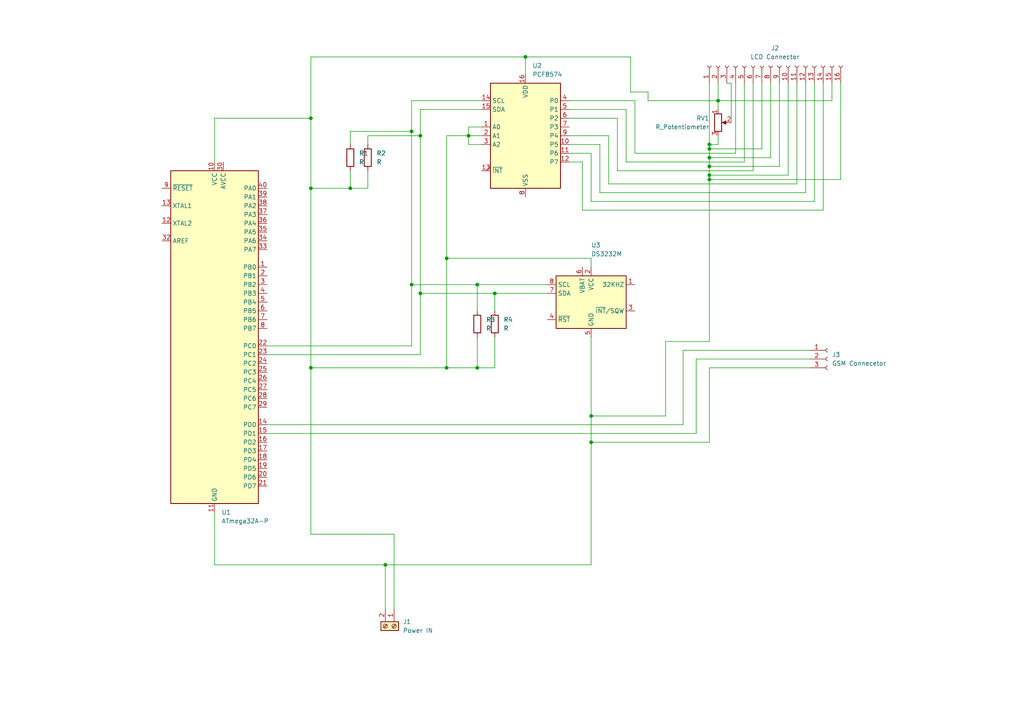
<source format=kicad_sch>
(kicad_sch (version 20211123) (generator eeschema)
  (paper "A4")
  (lib_symbols
    (symbol "Connector:Conn_01x03_Female" (pin_names (offset 1.016) hide)
      (property "Reference" "J" (at 0 5.08 0))
      (property "Value" "Conn_01x03_Female" (at 0 -5.08 0))
      (symbol "Conn_01x03_Female_1_1"
        (arc (start 0 -2.032) (mid -0.508 -2.54) (end 0 -3.048) (stroke (width 0.1524)))
        (polyline (pts (xy -1.27 -2.54) (xy -0.508 -2.54)) (stroke (width 0.1524)))
        (polyline (pts (xy -1.27 0) (xy -0.508 0)) (stroke (width 0.1524)))
        (polyline (pts (xy -1.27 2.54) (xy -0.508 2.54)) (stroke (width 0.1524)))
        (arc (start 0 0.508) (mid -0.508 0) (end 0 -0.508) (stroke (width 0.1524)))
        (arc (start 0 3.048) (mid -0.508 2.54) (end 0 2.032) (stroke (width 0.1524)))
        (pin passive line (at -5.08 2.54 0) (length 3.81) (name "Pin_1") (number "1"))
        (pin passive line (at -5.08 0 0) (length 3.81) (name "Pin_2") (number "2"))
        (pin passive line (at -5.08 -2.54 0) (length 3.81) (name "Pin_3") (number "3"))
      )
    )
    (symbol "Connector:Conn_01x16_Female" (pin_names (offset 1.016) hide)
      (property "Reference" "J" (at 0 20.32 0))
      (property "Value" "Conn_01x16_Female" (at 0 -22.86 0))
      (symbol "Conn_01x16_Female_1_1"
        (arc (start 0 -19.812) (mid -0.508 -20.32) (end 0 -20.828) (stroke (width 0.1524)))
        (arc (start 0 -17.272) (mid -0.508 -17.78) (end 0 -18.288) (stroke (width 0.1524)))
        (arc (start 0 -14.732) (mid -0.508 -15.24) (end 0 -15.748) (stroke (width 0.1524)))
        (arc (start 0 -12.192) (mid -0.508 -12.7) (end 0 -13.208) (stroke (width 0.1524)))
        (arc (start 0 -9.652) (mid -0.508 -10.16) (end 0 -10.668) (stroke (width 0.1524)))
        (arc (start 0 -7.112) (mid -0.508 -7.62) (end 0 -8.128) (stroke (width 0.1524)))
        (arc (start 0 -4.572) (mid -0.508 -5.08) (end 0 -5.588) (stroke (width 0.1524)))
        (arc (start 0 -2.032) (mid -0.508 -2.54) (end 0 -3.048) (stroke (width 0.1524)))
        (polyline (pts (xy -1.27 -20.32) (xy -0.508 -20.32)) (stroke (width 0.1524)))
        (polyline (pts (xy -1.27 -17.78) (xy -0.508 -17.78)) (stroke (width 0.1524)))
        (polyline (pts (xy -1.27 -15.24) (xy -0.508 -15.24)) (stroke (width 0.1524)))
        (polyline (pts (xy -1.27 -12.7) (xy -0.508 -12.7)) (stroke (width 0.1524)))
        (polyline (pts (xy -1.27 -10.16) (xy -0.508 -10.16)) (stroke (width 0.1524)))
        (polyline (pts (xy -1.27 -7.62) (xy -0.508 -7.62)) (stroke (width 0.1524)))
        (polyline (pts (xy -1.27 -5.08) (xy -0.508 -5.08)) (stroke (width 0.1524)))
        (polyline (pts (xy -1.27 -2.54) (xy -0.508 -2.54)) (stroke (width 0.1524)))
        (polyline (pts (xy -1.27 0) (xy -0.508 0)) (stroke (width 0.1524)))
        (polyline (pts (xy -1.27 2.54) (xy -0.508 2.54)) (stroke (width 0.1524)))
        (polyline (pts (xy -1.27 5.08) (xy -0.508 5.08)) (stroke (width 0.1524)))
        (polyline (pts (xy -1.27 7.62) (xy -0.508 7.62)) (stroke (width 0.1524)))
        (polyline (pts (xy -1.27 10.16) (xy -0.508 10.16)) (stroke (width 0.1524)))
        (polyline (pts (xy -1.27 12.7) (xy -0.508 12.7)) (stroke (width 0.1524)))
        (polyline (pts (xy -1.27 15.24) (xy -0.508 15.24)) (stroke (width 0.1524)))
        (polyline (pts (xy -1.27 17.78) (xy -0.508 17.78)) (stroke (width 0.1524)))
        (arc (start 0 0.508) (mid -0.508 0) (end 0 -0.508) (stroke (width 0.1524)))
        (arc (start 0 3.048) (mid -0.508 2.54) (end 0 2.032) (stroke (width 0.1524)))
        (arc (start 0 5.588) (mid -0.508 5.08) (end 0 4.572) (stroke (width 0.1524)))
        (arc (start 0 8.128) (mid -0.508 7.62) (end 0 7.112) (stroke (width 0.1524)))
        (arc (start 0 10.668) (mid -0.508 10.16) (end 0 9.652) (stroke (width 0.1524)))
        (arc (start 0 13.208) (mid -0.508 12.7) (end 0 12.192) (stroke (width 0.1524)))
        (arc (start 0 15.748) (mid -0.508 15.24) (end 0 14.732) (stroke (width 0.1524)))
        (arc (start 0 18.288) (mid -0.508 17.78) (end 0 17.272) (stroke (width 0.1524)))
        (pin passive line (at -5.08 17.78 0) (length 3.81) (name "Pin_1") (number "1"))
        (pin passive line (at -5.08 -5.08 0) (length 3.81) (name "Pin_10") (number "10"))
        (pin passive line (at -5.08 -7.62 0) (length 3.81) (name "Pin_11") (number "11"))
        (pin passive line (at -5.08 -10.16 0) (length 3.81) (name "Pin_12") (number "12"))
        (pin passive line (at -5.08 -12.7 0) (length 3.81) (name "Pin_13") (number "13"))
        (pin passive line (at -5.08 -15.24 0) (length 3.81) (name "Pin_14") (number "14"))
        (pin passive line (at -5.08 -17.78 0) (length 3.81) (name "Pin_15") (number "15"))
        (pin passive line (at -5.08 -20.32 0) (length 3.81) (name "Pin_16") (number "16"))
        (pin passive line (at -5.08 15.24 0) (length 3.81) (name "Pin_2") (number "2"))
        (pin passive line (at -5.08 12.7 0) (length 3.81) (name "Pin_3") (number "3"))
        (pin passive line (at -5.08 10.16 0) (length 3.81) (name "Pin_4") (number "4"))
        (pin passive line (at -5.08 7.62 0) (length 3.81) (name "Pin_5") (number "5"))
        (pin passive line (at -5.08 5.08 0) (length 3.81) (name "Pin_6") (number "6"))
        (pin passive line (at -5.08 2.54 0) (length 3.81) (name "Pin_7") (number "7"))
        (pin passive line (at -5.08 0 0) (length 3.81) (name "Pin_8") (number "8"))
        (pin passive line (at -5.08 -2.54 0) (length 3.81) (name "Pin_9") (number "9"))
      )
    )
    (symbol "Connector:Screw_Terminal_01x02" (pin_names (offset 1.016) hide)
      (property "Reference" "J" (at 0 2.54 0))
      (property "Value" "Screw_Terminal_01x02" (at 0 -5.08 0))
      (symbol "Screw_Terminal_01x02_1_1"
        (rectangle (start -1.27 1.27) (end 1.27 -3.81) (stroke (width 0.254)) (fill (type background)))
        (circle (center 0 -2.54) (radius 0.635) (stroke (width 0.1524)))
        (polyline (pts (xy -0.5334 -2.2098) (xy 0.3302 -3.048)) (stroke (width 0.1524)))
        (polyline (pts (xy -0.5334 0.3302) (xy 0.3302 -0.508)) (stroke (width 0.1524)))
        (polyline (pts (xy -0.3556 -2.032) (xy 0.508 -2.8702)) (stroke (width 0.1524)))
        (polyline (pts (xy -0.3556 0.508) (xy 0.508 -0.3302)) (stroke (width 0.1524)))
        (circle (center 0 0) (radius 0.635) (stroke (width 0.1524)))
        (pin passive line (at -5.08 0 0) (length 3.81) (name "Pin_1") (number "1"))
        (pin passive line (at -5.08 -2.54 0) (length 3.81) (name "Pin_2") (number "2"))
      )
    )
    (symbol "Device:R" (pin_numbers hide) (pin_names (offset 0))
      (property "Reference" "R" (at 2.032 0 90))
      (property "Value" "R" (at 0 0 90))
      (symbol "R_0_1"
        (rectangle (start -1.016 -2.54) (end 1.016 2.54) (stroke (width 0.254)))
      )
      (symbol "R_1_1"
        (pin passive line (at 0 3.81 270) (length 1.27) (name "~") (number "1"))
        (pin passive line (at 0 -3.81 90) (length 1.27) (name "~") (number "2"))
      )
    )
    (symbol "Device:R_Potentiometer" (pin_names (offset 1.016) hide)
      (property "Reference" "RV" (at -4.445 0 90))
      (property "Value" "R_Potentiometer" (at -2.54 0 90))
      (symbol "R_Potentiometer_0_1"
        (polyline (pts (xy 2.54 0) (xy 1.524 0)))
        (polyline (pts (xy 1.143 0) (xy 2.286 0.508) (xy 2.286 -0.508) (xy 1.143 0)) (fill (type outline)))
        (rectangle (start 1.016 2.54) (end -1.016 -2.54) (stroke (width 0.254)))
      )
      (symbol "R_Potentiometer_1_1"
        (pin passive line (at 0 3.81 270) (length 1.27) (name "1") (number "1"))
        (pin passive line (at 3.81 0 180) (length 1.27) (name "2") (number "2"))
        (pin passive line (at 0 -3.81 90) (length 1.27) (name "3") (number "3"))
      )
    )
    (symbol "Interface_Expansion:PCF8574"
      (property "Reference" "U" (at -8.89 16.51 0))
      (property "Value" "PCF8574" (at 2.54 16.51 0))
      (symbol "PCF8574_0_1"
        (rectangle (start -10.16 15.24) (end 10.16 -15.24) (stroke (width 0.254)) (fill (type background)))
      )
      (symbol "PCF8574_1_1"
        (pin input line (at -12.7 2.54 0) (length 2.54) (name "A0") (number "1"))
        (pin bidirectional line (at 12.7 -2.54 180) (length 2.54) (name "P5") (number "10"))
        (pin bidirectional line (at 12.7 -5.08 180) (length 2.54) (name "P6") (number "11"))
        (pin bidirectional line (at 12.7 -7.62 180) (length 2.54) (name "P7") (number "12"))
        (pin open_collector output_low (at -12.7 -10.16 0) (length 2.54) (name "~{INT}") (number "13"))
        (pin input line (at -12.7 10.16 0) (length 2.54) (name "SCL") (number "14"))
        (pin bidirectional line (at -12.7 7.62 0) (length 2.54) (name "SDA") (number "15"))
        (pin power_in line (at 0 17.78 270) (length 2.54) (name "VDD") (number "16"))
        (pin input line (at -12.7 0 0) (length 2.54) (name "A1") (number "2"))
        (pin input line (at -12.7 -2.54 0) (length 2.54) (name "A2") (number "3"))
        (pin bidirectional line (at 12.7 10.16 180) (length 2.54) (name "P0") (number "4"))
        (pin bidirectional line (at 12.7 7.62 180) (length 2.54) (name "P1") (number "5"))
        (pin bidirectional line (at 12.7 5.08 180) (length 2.54) (name "P2") (number "6"))
        (pin bidirectional line (at 12.7 2.54 180) (length 2.54) (name "P3") (number "7"))
        (pin power_in line (at 0 -17.78 90) (length 2.54) (name "VSS") (number "8"))
        (pin bidirectional line (at 12.7 0 180) (length 2.54) (name "P4") (number "9"))
      )
    )
    (symbol "MCU_Microchip_ATmega:ATmega32A-P"
      (property "Reference" "U" (at -12.7 49.53 0))
      (property "Value" "ATmega32A-P" (at 2.54 -49.53 0))
      (symbol "ATmega32A-P_0_1"
        (rectangle (start -12.7 -48.26) (end 12.7 48.26) (stroke (width 0.254)) (fill (type background)))
      )
      (symbol "ATmega32A-P_1_1"
        (pin bidirectional line (at 15.24 20.32 180) (length 2.54) (name "PB0") (number "1"))
        (pin power_in line (at 0 50.8 270) (length 2.54) (name "VCC") (number "10"))
        (pin power_in line (at 0 -50.8 90) (length 2.54) (name "GND") (number "11"))
        (pin output line (at -15.24 33.02 0) (length 2.54) (name "XTAL2") (number "12"))
        (pin input line (at -15.24 38.1 0) (length 2.54) (name "XTAL1") (number "13"))
        (pin bidirectional line (at 15.24 -25.4 180) (length 2.54) (name "PD0") (number "14"))
        (pin bidirectional line (at 15.24 -27.94 180) (length 2.54) (name "PD1") (number "15"))
        (pin bidirectional line (at 15.24 -30.48 180) (length 2.54) (name "PD2") (number "16"))
        (pin bidirectional line (at 15.24 -33.02 180) (length 2.54) (name "PD3") (number "17"))
        (pin bidirectional line (at 15.24 -35.56 180) (length 2.54) (name "PD4") (number "18"))
        (pin bidirectional line (at 15.24 -38.1 180) (length 2.54) (name "PD5") (number "19"))
        (pin bidirectional line (at 15.24 17.78 180) (length 2.54) (name "PB1") (number "2"))
        (pin bidirectional line (at 15.24 -40.64 180) (length 2.54) (name "PD6") (number "20"))
        (pin bidirectional line (at 15.24 -43.18 180) (length 2.54) (name "PD7") (number "21"))
        (pin bidirectional line (at 15.24 -2.54 180) (length 2.54) (name "PC0") (number "22"))
        (pin bidirectional line (at 15.24 -5.08 180) (length 2.54) (name "PC1") (number "23"))
        (pin bidirectional line (at 15.24 -7.62 180) (length 2.54) (name "PC2") (number "24"))
        (pin bidirectional line (at 15.24 -10.16 180) (length 2.54) (name "PC3") (number "25"))
        (pin bidirectional line (at 15.24 -12.7 180) (length 2.54) (name "PC4") (number "26"))
        (pin bidirectional line (at 15.24 -15.24 180) (length 2.54) (name "PC5") (number "27"))
        (pin bidirectional line (at 15.24 -17.78 180) (length 2.54) (name "PC6") (number "28"))
        (pin bidirectional line (at 15.24 -20.32 180) (length 2.54) (name "PC7") (number "29"))
        (pin bidirectional line (at 15.24 15.24 180) (length 2.54) (name "PB2") (number "3"))
        (pin power_in line (at 2.54 50.8 270) (length 2.54) (name "AVCC") (number "30"))
        (pin passive line (at 0 -50.8 90) (length 2.54) hide (name "GND") (number "31"))
        (pin passive line (at -15.24 27.94 0) (length 2.54) (name "AREF") (number "32"))
        (pin bidirectional line (at 15.24 25.4 180) (length 2.54) (name "PA7") (number "33"))
        (pin bidirectional line (at 15.24 27.94 180) (length 2.54) (name "PA6") (number "34"))
        (pin bidirectional line (at 15.24 30.48 180) (length 2.54) (name "PA5") (number "35"))
        (pin bidirectional line (at 15.24 33.02 180) (length 2.54) (name "PA4") (number "36"))
        (pin bidirectional line (at 15.24 35.56 180) (length 2.54) (name "PA3") (number "37"))
        (pin bidirectional line (at 15.24 38.1 180) (length 2.54) (name "PA2") (number "38"))
        (pin bidirectional line (at 15.24 40.64 180) (length 2.54) (name "PA1") (number "39"))
        (pin bidirectional line (at 15.24 12.7 180) (length 2.54) (name "PB3") (number "4"))
        (pin bidirectional line (at 15.24 43.18 180) (length 2.54) (name "PA0") (number "40"))
        (pin bidirectional line (at 15.24 10.16 180) (length 2.54) (name "PB4") (number "5"))
        (pin bidirectional line (at 15.24 7.62 180) (length 2.54) (name "PB5") (number "6"))
        (pin bidirectional line (at 15.24 5.08 180) (length 2.54) (name "PB6") (number "7"))
        (pin bidirectional line (at 15.24 2.54 180) (length 2.54) (name "PB7") (number "8"))
        (pin input line (at -15.24 43.18 0) (length 2.54) (name "~{RESET}") (number "9"))
      )
    )
    (symbol "Timer_RTC:DS3232M"
      (property "Reference" "U" (at -7.62 8.89 0))
      (property "Value" "DS3232M" (at 10.16 8.89 0))
      (symbol "DS3232M_0_1"
        (rectangle (start -10.16 7.62) (end 10.16 -7.62) (stroke (width 0.254)) (fill (type background)))
      )
      (symbol "DS3232M_1_1"
        (pin output line (at 12.7 5.08 180) (length 2.54) (name "32KHZ") (number "1"))
        (pin power_in line (at 0 10.16 270) (length 2.54) (name "VCC") (number "2"))
        (pin open_collector line (at 12.7 -2.54 180) (length 2.54) (name "~{INT}/SQW") (number "3"))
        (pin bidirectional line (at -12.7 -5.08 0) (length 2.54) (name "~{RST}") (number "4"))
        (pin power_in line (at 0 -10.16 90) (length 2.54) (name "GND") (number "5"))
        (pin power_in line (at -2.54 10.16 270) (length 2.54) (name "VBAT") (number "6"))
        (pin bidirectional line (at -12.7 2.54 0) (length 2.54) (name "SDA") (number "7"))
        (pin input line (at -12.7 5.08 0) (length 2.54) (name "SCL") (number "8"))
      )
    )
  )
  (junction (at 90.17 106.68))
  (junction (at 121.92 85.09))
  (junction (at 205.74 41.91))
  (junction (at 111.76 163.83))
  (junction (at 171.45 128.27))
  (junction (at 205.74 52.07))
  (junction (at 138.43 82.55))
  (junction (at 171.45 120.65))
  (junction (at 119.38 82.55))
  (junction (at 90.17 54.61))
  (junction (at 121.92 39.37))
  (junction (at 129.54 106.68))
  (junction (at 135.89 39.37))
  (junction (at 205.74 43.18))
  (junction (at 101.6 54.61))
  (junction (at 208.28 29.21))
  (junction (at 129.54 74.93))
  (junction (at 90.17 34.29))
  (junction (at 152.4 16.51))
  (junction (at 205.74 48.26))
  (junction (at 119.38 38.1))
  (junction (at 143.51 85.09))
  (junction (at 205.74 50.8))
  (junction (at 205.74 45.72))
  (junction (at 138.43 106.68))
  (wire (pts (xy 208.28 41.91) (xy 205.74 41.91)))
  (wire (pts (xy 208.28 29.21) (xy 208.28 31.75)))
  (wire (pts (xy 138.43 106.68) (xy 143.51 106.68)))
  (wire (pts (xy 90.17 106.68) (xy 129.54 106.68)))
  (wire (pts (xy 121.92 102.87) (xy 77.47 102.87)))
  (wire (pts (xy 165.1 39.37) (xy 176.53 39.37)))
  (wire (pts (xy 121.92 39.37) (xy 121.92 85.09)))
  (wire (pts (xy 129.54 74.93) (xy 129.54 106.68)))
  (wire (pts (xy 205.74 43.18) (xy 205.74 45.72)))
  (wire (pts (xy 208.28 39.37) (xy 208.28 41.91)))
  (wire (pts (xy 205.74 99.06) (xy 193.04 99.06)))
  (wire (pts (xy 135.89 39.37) (xy 135.89 41.91)))
  (wire (pts (xy 171.45 120.65) (xy 171.45 128.27)))
  (wire (pts (xy 236.22 24.13) (xy 236.22 58.42)))
  (wire (pts (xy 62.23 163.83) (xy 111.76 163.83)))
  (wire (pts (xy 168.91 46.99) (xy 168.91 60.96)))
  (wire (pts (xy 187.96 26.67) (xy 182.88 26.67)))
  (wire (pts (xy 121.92 31.75) (xy 121.92 39.37)))
  (wire (pts (xy 143.51 85.09) (xy 143.51 90.17)))
  (wire (pts (xy 168.91 60.96) (xy 238.76 60.96)))
  (wire (pts (xy 181.61 31.75) (xy 181.61 46.99)))
  (wire (pts (xy 182.88 26.67) (xy 182.88 16.51)))
  (wire (pts (xy 111.76 163.83) (xy 111.76 176.53)))
  (wire (pts (xy 129.54 106.68) (xy 138.43 106.68)))
  (wire (pts (xy 182.88 16.51) (xy 152.4 16.51)))
  (wire (pts (xy 90.17 54.61) (xy 90.17 106.68)))
  (wire (pts (xy 205.74 52.07) (xy 205.74 99.06)))
  (wire (pts (xy 198.12 101.6) (xy 234.95 101.6)))
  (wire (pts (xy 241.3 29.21) (xy 241.3 24.13)))
  (wire (pts (xy 139.7 31.75) (xy 121.92 31.75)))
  (wire (pts (xy 90.17 16.51) (xy 90.17 34.29)))
  (wire (pts (xy 208.28 29.21) (xy 241.3 29.21)))
  (wire (pts (xy 119.38 100.33) (xy 119.38 82.55)))
  (wire (pts (xy 236.22 58.42) (xy 171.45 58.42)))
  (wire (pts (xy 143.51 85.09) (xy 158.75 85.09)))
  (wire (pts (xy 171.45 58.42) (xy 171.45 44.45)))
  (wire (pts (xy 213.36 44.45) (xy 184.15 44.45)))
  (wire (pts (xy 119.38 38.1) (xy 101.6 38.1)))
  (wire (pts (xy 233.68 24.13) (xy 233.68 55.88)))
  (wire (pts (xy 90.17 54.61) (xy 101.6 54.61)))
  (wire (pts (xy 223.52 45.72) (xy 205.74 45.72)))
  (wire (pts (xy 184.15 29.21) (xy 165.1 29.21)))
  (wire (pts (xy 138.43 82.55) (xy 158.75 82.55)))
  (wire (pts (xy 213.36 24.13) (xy 213.36 44.45)))
  (wire (pts (xy 119.38 82.55) (xy 119.38 38.1)))
  (wire (pts (xy 62.23 34.29) (xy 62.23 46.99)))
  (wire (pts (xy 208.28 29.21) (xy 187.96 29.21)))
  (wire (pts (xy 101.6 49.53) (xy 101.6 54.61)))
  (wire (pts (xy 184.15 44.45) (xy 184.15 29.21)))
  (wire (pts (xy 101.6 38.1) (xy 101.6 41.91)))
  (wire (pts (xy 238.76 24.13) (xy 238.76 60.96)))
  (wire (pts (xy 165.1 41.91) (xy 173.99 41.91)))
  (wire (pts (xy 215.9 24.13) (xy 215.9 46.99)))
  (wire (pts (xy 205.74 24.13) (xy 205.74 41.91)))
  (wire (pts (xy 106.68 54.61) (xy 106.68 49.53)))
  (wire (pts (xy 212.09 35.56) (xy 212.09 24.13)))
  (wire (pts (xy 165.1 31.75) (xy 181.61 31.75)))
  (wire (pts (xy 77.47 125.73) (xy 201.93 125.73)))
  (wire (pts (xy 165.1 34.29) (xy 179.07 34.29)))
  (wire (pts (xy 165.1 46.99) (xy 168.91 46.99)))
  (wire (pts (xy 201.93 125.73) (xy 201.93 104.14)))
  (wire (pts (xy 90.17 154.94) (xy 114.3 154.94)))
  (wire (pts (xy 135.89 41.91) (xy 139.7 41.91)))
  (wire (pts (xy 193.04 120.65) (xy 171.45 120.65)))
  (wire (pts (xy 205.74 45.72) (xy 205.74 48.26)))
  (wire (pts (xy 231.14 24.13) (xy 231.14 53.34)))
  (wire (pts (xy 129.54 39.37) (xy 129.54 74.93)))
  (wire (pts (xy 171.45 163.83) (xy 111.76 163.83)))
  (wire (pts (xy 179.07 49.53) (xy 218.44 49.53)))
  (wire (pts (xy 181.61 46.99) (xy 215.9 46.99)))
  (wire (pts (xy 165.1 44.45) (xy 171.45 44.45)))
  (wire (pts (xy 220.98 24.13) (xy 220.98 43.18)))
  (wire (pts (xy 243.84 24.13) (xy 243.84 52.07)))
  (wire (pts (xy 243.84 52.07) (xy 205.74 52.07)))
  (wire (pts (xy 62.23 34.29) (xy 90.17 34.29)))
  (wire (pts (xy 135.89 36.83) (xy 135.89 39.37)))
  (wire (pts (xy 121.92 85.09) (xy 143.51 85.09)))
  (wire (pts (xy 205.74 41.91) (xy 205.74 43.18)))
  (wire (pts (xy 228.6 24.13) (xy 228.6 50.8)))
  (wire (pts (xy 193.04 99.06) (xy 193.04 120.65)))
  (wire (pts (xy 220.98 43.18) (xy 205.74 43.18)))
  (wire (pts (xy 179.07 34.29) (xy 179.07 49.53)))
  (wire (pts (xy 218.44 24.13) (xy 218.44 49.53)))
  (wire (pts (xy 205.74 106.68) (xy 205.74 128.27)))
  (wire (pts (xy 171.45 97.79) (xy 171.45 120.65)))
  (wire (pts (xy 62.23 148.59) (xy 62.23 163.83)))
  (wire (pts (xy 205.74 128.27) (xy 171.45 128.27)))
  (wire (pts (xy 139.7 36.83) (xy 135.89 36.83)))
  (wire (pts (xy 114.3 154.94) (xy 114.3 176.53)))
  (wire (pts (xy 176.53 53.34) (xy 231.14 53.34)))
  (wire (pts (xy 171.45 77.47) (xy 171.45 74.93)))
  (wire (pts (xy 171.45 128.27) (xy 171.45 163.83)))
  (wire (pts (xy 198.12 123.19) (xy 77.47 123.19)))
  (wire (pts (xy 106.68 41.91) (xy 106.68 39.37)))
  (wire (pts (xy 143.51 106.68) (xy 143.51 97.79)))
  (wire (pts (xy 119.38 38.1) (xy 119.38 29.21)))
  (wire (pts (xy 205.74 48.26) (xy 205.74 50.8)))
  (wire (pts (xy 234.95 106.68) (xy 205.74 106.68)))
  (wire (pts (xy 187.96 29.21) (xy 187.96 26.67)))
  (wire (pts (xy 129.54 74.93) (xy 171.45 74.93)))
  (wire (pts (xy 226.06 24.13) (xy 226.06 48.26)))
  (wire (pts (xy 138.43 97.79) (xy 138.43 106.68)))
  (wire (pts (xy 138.43 82.55) (xy 138.43 90.17)))
  (wire (pts (xy 135.89 39.37) (xy 139.7 39.37)))
  (wire (pts (xy 198.12 101.6) (xy 198.12 123.19)))
  (wire (pts (xy 119.38 82.55) (xy 138.43 82.55)))
  (wire (pts (xy 106.68 39.37) (xy 121.92 39.37)))
  (wire (pts (xy 90.17 34.29) (xy 90.17 54.61)))
  (wire (pts (xy 152.4 16.51) (xy 90.17 16.51)))
  (wire (pts (xy 121.92 85.09) (xy 121.92 102.87)))
  (wire (pts (xy 173.99 41.91) (xy 173.99 55.88)))
  (wire (pts (xy 176.53 39.37) (xy 176.53 53.34)))
  (wire (pts (xy 208.28 24.13) (xy 208.28 29.21)))
  (wire (pts (xy 119.38 29.21) (xy 139.7 29.21)))
  (wire (pts (xy 226.06 48.26) (xy 205.74 48.26)))
  (wire (pts (xy 212.09 24.13) (xy 210.82 24.13)))
  (wire (pts (xy 173.99 55.88) (xy 233.68 55.88)))
  (wire (pts (xy 101.6 54.61) (xy 106.68 54.61)))
  (wire (pts (xy 223.52 24.13) (xy 223.52 45.72)))
  (wire (pts (xy 205.74 50.8) (xy 205.74 52.07)))
  (wire (pts (xy 135.89 39.37) (xy 129.54 39.37)))
  (wire (pts (xy 152.4 21.59) (xy 152.4 16.51)))
  (wire (pts (xy 90.17 106.68) (xy 90.17 154.94)))
  (wire (pts (xy 228.6 50.8) (xy 205.74 50.8)))
  (wire (pts (xy 77.47 100.33) (xy 119.38 100.33)))
  (wire (pts (xy 201.93 104.14) (xy 234.95 104.14)))
  (symbol (lib_id "Connector:Conn_01x03_Female") (at 240.03 104.14 0) (unit 1)
    (property "Reference" "J3" (at 241.3 102.8699 0) (effects (justify left)))
    (property "Value" "GSM Connecetor" (at 241.3 105.4099 0) (effects (justify left)))
    (property "Footprint" "Connector_PinSocket_2.54mm:PinSocket_1x03_P2.54mm_Vertical" (effects hide))
  )
  (symbol (lib_id "Device:R") (at 143.51 93.98 0) (unit 1)
    (property "Reference" "R4" (at 146.05 92.7099 0) (effects (justify left)))
    (property "Value" "R" (at 146.05 95.2499 0) (effects (justify left)))
    (property "Footprint" "Resistor_THT:R_Axial_DIN0411_L9.9mm_D3.6mm_P20.32mm_Horizontal" (effects hide))
  )
  (symbol (lib_id "Device:R") (at 106.68 45.72 0) (unit 1)
    (property "Reference" "R2" (at 109.22 44.4499 0) (effects (justify left)))
    (property "Value" "R" (at 109.22 46.9899 0) (effects (justify left)))
    (property "Footprint" "Resistor_THT:R_Axial_DIN0411_L9.9mm_D3.6mm_P20.32mm_Horizontal" (effects hide))
  )
  (symbol (lib_id "Connector:Conn_01x16_Female") (at 223.52 19.05 90) (unit 1)
    (property "Reference" "J2" (at 224.79 13.97 90))
    (property "Value" "LCD Connector" (at 224.79 16.51 90))
    (property "Footprint" "Connector_PinHeader_2.54mm:PinHeader_1x16_P2.54mm_Vertical" (effects hide))
  )
  (symbol (lib_id "MCU_Microchip_ATmega:ATmega32A-P") (at 62.23 97.79 0) (unit 1)
    (property "Reference" "U1" (at 64.2494 148.59 0) (effects (justify left)))
    (property "Value" "ATmega32A-P" (at 64.2494 151.13 0) (effects (justify left)))
    (property "Footprint" "Package_DIP:DIP-40_W15.24mm" (effects hide))
    (property "Datasheet" "http://ww1.microchip.com/downloads/en/DeviceDoc/atmel-8155-8-bit-microcontroller-avr-atmega32a_datasheet.pdf" (effects hide))
  )
  (symbol (lib_id "Device:R") (at 138.43 93.98 0) (unit 1)
    (property "Reference" "R3" (at 140.97 92.7099 0) (effects (justify left)))
    (property "Value" "R" (at 140.97 95.2499 0) (effects (justify left)))
    (property "Footprint" "Resistor_THT:R_Axial_DIN0411_L9.9mm_D3.6mm_P20.32mm_Horizontal" (effects hide))
  )
  (symbol (lib_id "Device:R_Potentiometer") (at 208.28 35.56 0) (unit 1)
    (property "Reference" "RV1" (at 205.74 34.2899 0) (effects (justify right)))
    (property "Value" "R_Potentiometer" (at 205.74 36.8299 0) (effects (justify right)))
    (property "Footprint" "Potentiometer_THT:Potentiometer_ACP_CA6-H2,5_Horizontal" (effects hide))
  )
  (symbol (lib_id "Timer_RTC:DS3232M") (at 171.45 87.63 0) (unit 1)
    (property "Reference" "U3" (at 171.45 71.12 0) (effects (justify left)))
    (property "Value" "DS3232M" (at 171.45 73.66 0) (effects (justify left)))
    (property "Footprint" "Package_SO:SOIC-8_3.9x4.9mm_P1.27mm" (effects hide))
    (property "Datasheet" "http://datasheets.maximintegrated.com/en/ds/DS3232M.pdf" (effects hide))
  )
  (symbol (lib_id "Device:R") (at 101.6 45.72 0) (unit 1)
    (property "Reference" "R1" (at 104.14 44.4499 0) (effects (justify left)))
    (property "Value" "R" (at 104.14 46.9899 0) (effects (justify left)))
    (property "Footprint" "Resistor_THT:R_Axial_DIN0411_L9.9mm_D3.6mm_P20.32mm_Horizontal" (effects hide))
  )
  (symbol (lib_id "Connector:Screw_Terminal_01x02") (at 114.3 181.61 270) (unit 1)
    (property "Reference" "J1" (at 116.84 180.3399 90) (effects (justify left)))
    (property "Value" "Power IN" (at 116.84 182.8799 90) (effects (justify left)))
    (property "Footprint" "Connector_Phoenix_MSTB:PhoenixContact_MSTBA_2,5_2-G_1x02_P5.00mm_Horizontal" (effects hide))
  )
  (symbol (lib_id "Interface_Expansion:PCF8574") (at 152.4 39.37 0) (unit 1)
    (property "Reference" "U2" (at 154.4194 19.05 0) (effects (justify left)))
    (property "Value" "PCF8574" (at 154.4194 21.59 0) (effects (justify left)))
    (property "Footprint" "Module:Pololu_Breakout-16_15.2x20.3mm" (effects hide))
    (property "Datasheet" "http://www.nxp.com/documents/data_sheet/PCF8574_PCF8574A.pdf" (effects hide))
  )
)
</source>
